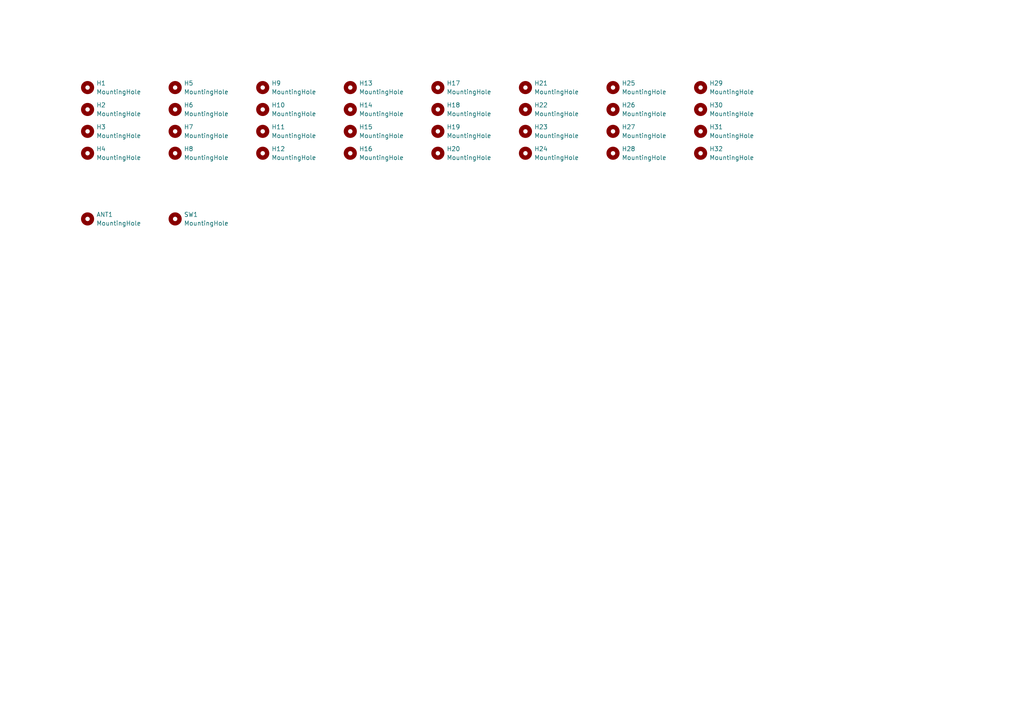
<source format=kicad_sch>
(kicad_sch (version 20230121) (generator eeschema)
  (paper "A4")
  (lib_symbols
    (symbol "Mechanical:MountingHole" (pin_names (offset 1.016))
      (property "Reference" "H" (at 0 5.08 0))
      (property "Value" "MountingHole" (at 0 3.175 0))
      (symbol "MountingHole_0_1"
        (circle (center 0 0) (radius 1.27) (stroke (width 1.27)))
      )
    )
  )
  (symbol (lib_id "Mechanical:MountingHole") (at 203.2 38.1 0) (unit 1)
    (property "Reference" "H31" (at 205.74 36.83 0) (effects (justify left)))
    (property "Value" "MountingHole" (at 205.74 39.37 0) (effects (justify left)))
    (property "Footprint" "MountingHole:MountingHole_3.2mm_M3" (effects hide))
  )
  (symbol (lib_id "Mechanical:MountingHole") (at 101.6 25.4 0) (unit 1)
    (property "Reference" "H13" (at 104.14 24.13 0) (effects (justify left)))
    (property "Value" "MountingHole" (at 104.14 26.67 0) (effects (justify left)))
    (property "Footprint" "MountingHole:MountingHole_3.2mm_M3" (effects hide))
  )
  (symbol (lib_id "Mechanical:MountingHole") (at 50.8 25.4 0) (unit 1)
    (property "Reference" "H5" (at 53.34 24.13 0) (effects (justify left)))
    (property "Value" "MountingHole" (at 53.34 26.67 0) (effects (justify left)))
    (property "Footprint" "MountingHole:MountingHole_3.2mm_M3" (effects hide))
  )
  (symbol (lib_id "Mechanical:MountingHole") (at 203.2 25.4 0) (unit 1)
    (property "Reference" "H29" (at 205.74 24.13 0) (effects (justify left)))
    (property "Value" "MountingHole" (at 205.74 26.67 0) (effects (justify left)))
    (property "Footprint" "MountingHole:MountingHole_3.2mm_M3" (effects hide))
  )
  (symbol (lib_id "Mechanical:MountingHole") (at 76.2 31.75 0) (unit 1)
    (property "Reference" "H10" (at 78.74 30.48 0) (effects (justify left)))
    (property "Value" "MountingHole" (at 78.74 33.02 0) (effects (justify left)))
    (property "Footprint" "MountingHole:MountingHole_3.2mm_M3" (effects hide))
  )
  (symbol (lib_id "Mechanical:MountingHole") (at 50.8 44.45 0) (unit 1)
    (property "Reference" "H8" (at 53.34 43.18 0) (effects (justify left)))
    (property "Value" "MountingHole" (at 53.34 45.72 0) (effects (justify left)))
    (property "Footprint" "MountingHole:MountingHole_3.2mm_M3" (effects hide))
  )
  (symbol (lib_id "Mechanical:MountingHole") (at 177.8 38.1 0) (unit 1)
    (property "Reference" "H27" (at 180.34 36.83 0) (effects (justify left)))
    (property "Value" "MountingHole" (at 180.34 39.37 0) (effects (justify left)))
    (property "Footprint" "MountingHole:MountingHole_3.2mm_M3" (effects hide))
  )
  (symbol (lib_id "Mechanical:MountingHole") (at 127 38.1 0) (unit 1)
    (property "Reference" "H19" (at 129.54 36.83 0) (effects (justify left)))
    (property "Value" "MountingHole" (at 129.54 39.37 0) (effects (justify left)))
    (property "Footprint" "MountingHole:MountingHole_3.2mm_M3" (effects hide))
  )
  (symbol (lib_id "Mechanical:MountingHole") (at 25.4 38.1 0) (unit 1)
    (property "Reference" "H3" (at 27.94 36.83 0) (effects (justify left)))
    (property "Value" "MountingHole" (at 27.94 39.37 0) (effects (justify left)))
    (property "Footprint" "MountingHole:MountingHole_3.2mm_M3" (effects hide))
  )
  (symbol (lib_id "Mechanical:MountingHole") (at 101.6 31.75 0) (unit 1)
    (property "Reference" "H14" (at 104.14 30.48 0) (effects (justify left)))
    (property "Value" "MountingHole" (at 104.14 33.02 0) (effects (justify left)))
    (property "Footprint" "MountingHole:MountingHole_3.2mm_M3" (effects hide))
  )
  (symbol (lib_id "Mechanical:MountingHole") (at 25.4 63.5 0) (unit 1)
    (property "Reference" "ANT1" (at 27.94 62.23 0) (effects (justify left)))
    (property "Value" "MountingHole" (at 27.94 64.77 0) (effects (justify left)))
    (property "Footprint" "MountingHole:MountingHole_6.4mm_M6" (effects hide))
  )
  (symbol (lib_id "Mechanical:MountingHole") (at 177.8 31.75 0) (unit 1)
    (property "Reference" "H26" (at 180.34 30.48 0) (effects (justify left)))
    (property "Value" "MountingHole" (at 180.34 33.02 0) (effects (justify left)))
    (property "Footprint" "MountingHole:MountingHole_3.2mm_M3" (effects hide))
  )
  (symbol (lib_id "Mechanical:MountingHole") (at 152.4 25.4 0) (unit 1)
    (property "Reference" "H21" (at 154.94 24.13 0) (effects (justify left)))
    (property "Value" "MountingHole" (at 154.94 26.67 0) (effects (justify left)))
    (property "Footprint" "MountingHole:MountingHole_3.2mm_M3" (effects hide))
  )
  (symbol (lib_id "Mechanical:MountingHole") (at 25.4 25.4 0) (unit 1)
    (property "Reference" "H1" (at 27.94 24.13 0) (effects (justify left)))
    (property "Value" "MountingHole" (at 27.94 26.67 0) (effects (justify left)))
    (property "Footprint" "MountingHole:MountingHole_3.2mm_M3" (effects hide))
  )
  (symbol (lib_id "Mechanical:MountingHole") (at 101.6 44.45 0) (unit 1)
    (property "Reference" "H16" (at 104.14 43.18 0) (effects (justify left)))
    (property "Value" "MountingHole" (at 104.14 45.72 0) (effects (justify left)))
    (property "Footprint" "MountingHole:MountingHole_3.2mm_M3" (effects hide))
  )
  (symbol (lib_id "Mechanical:MountingHole") (at 76.2 44.45 0) (unit 1)
    (property "Reference" "H12" (at 78.74 43.18 0) (effects (justify left)))
    (property "Value" "MountingHole" (at 78.74 45.72 0) (effects (justify left)))
    (property "Footprint" "MountingHole:MountingHole_3.2mm_M3" (effects hide))
  )
  (symbol (lib_id "Mechanical:MountingHole") (at 152.4 31.75 0) (unit 1)
    (property "Reference" "H22" (at 154.94 30.48 0) (effects (justify left)))
    (property "Value" "MountingHole" (at 154.94 33.02 0) (effects (justify left)))
    (property "Footprint" "MountingHole:MountingHole_3.2mm_M3" (effects hide))
  )
  (symbol (lib_id "Mechanical:MountingHole") (at 127 44.45 0) (unit 1)
    (property "Reference" "H20" (at 129.54 43.18 0) (effects (justify left)))
    (property "Value" "MountingHole" (at 129.54 45.72 0) (effects (justify left)))
    (property "Footprint" "MountingHole:MountingHole_3.2mm_M3" (effects hide))
  )
  (symbol (lib_id "Mechanical:MountingHole") (at 50.8 38.1 0) (unit 1)
    (property "Reference" "H7" (at 53.34 36.83 0) (effects (justify left)))
    (property "Value" "MountingHole" (at 53.34 39.37 0) (effects (justify left)))
    (property "Footprint" "MountingHole:MountingHole_3.2mm_M3" (effects hide))
  )
  (symbol (lib_id "Mechanical:MountingHole") (at 152.4 44.45 0) (unit 1)
    (property "Reference" "H24" (at 154.94 43.18 0) (effects (justify left)))
    (property "Value" "MountingHole" (at 154.94 45.72 0) (effects (justify left)))
    (property "Footprint" "MountingHole:MountingHole_3.2mm_M3" (effects hide))
  )
  (symbol (lib_id "Mechanical:MountingHole") (at 76.2 38.1 0) (unit 1)
    (property "Reference" "H11" (at 78.74 36.83 0) (effects (justify left)))
    (property "Value" "MountingHole" (at 78.74 39.37 0) (effects (justify left)))
    (property "Footprint" "MountingHole:MountingHole_3.2mm_M3" (effects hide))
  )
  (symbol (lib_id "Mechanical:MountingHole") (at 203.2 44.45 0) (unit 1)
    (property "Reference" "H32" (at 205.74 43.18 0) (effects (justify left)))
    (property "Value" "MountingHole" (at 205.74 45.72 0) (effects (justify left)))
    (property "Footprint" "MountingHole:MountingHole_3.2mm_M3" (effects hide))
  )
  (symbol (lib_id "Mechanical:MountingHole") (at 177.8 25.4 0) (unit 1)
    (property "Reference" "H25" (at 180.34 24.13 0) (effects (justify left)))
    (property "Value" "MountingHole" (at 180.34 26.67 0) (effects (justify left)))
    (property "Footprint" "MountingHole:MountingHole_3.2mm_M3" (effects hide))
  )
  (symbol (lib_id "Mechanical:MountingHole") (at 203.2 31.75 0) (unit 1)
    (property "Reference" "H30" (at 205.74 30.48 0) (effects (justify left)))
    (property "Value" "MountingHole" (at 205.74 33.02 0) (effects (justify left)))
    (property "Footprint" "MountingHole:MountingHole_3.2mm_M3" (effects hide))
  )
  (symbol (lib_id "Mechanical:MountingHole") (at 101.6 38.1 0) (unit 1)
    (property "Reference" "H15" (at 104.14 36.83 0) (effects (justify left)))
    (property "Value" "MountingHole" (at 104.14 39.37 0) (effects (justify left)))
    (property "Footprint" "MountingHole:MountingHole_3.2mm_M3" (effects hide))
  )
  (symbol (lib_id "Mechanical:MountingHole") (at 76.2 25.4 0) (unit 1)
    (property "Reference" "H9" (at 78.74 24.13 0) (effects (justify left)))
    (property "Value" "MountingHole" (at 78.74 26.67 0) (effects (justify left)))
    (property "Footprint" "MountingHole:MountingHole_3.2mm_M3" (effects hide))
  )
  (symbol (lib_id "Mechanical:MountingHole") (at 127 31.75 0) (unit 1)
    (property "Reference" "H18" (at 129.54 30.48 0) (effects (justify left)))
    (property "Value" "MountingHole" (at 129.54 33.02 0) (effects (justify left)))
    (property "Footprint" "MountingHole:MountingHole_3.2mm_M3" (effects hide))
  )
  (symbol (lib_id "Mechanical:MountingHole") (at 50.8 63.5 0) (unit 1)
    (property "Reference" "SW1" (at 53.34 62.23 0) (effects (justify left)))
    (property "Value" "MountingHole" (at 53.34 64.77 0) (effects (justify left)))
    (property "Footprint" "MountingHole:MountingHole_5.5mm" (effects hide))
  )
  (symbol (lib_id "Mechanical:MountingHole") (at 50.8 31.75 0) (unit 1)
    (property "Reference" "H6" (at 53.34 30.48 0) (effects (justify left)))
    (property "Value" "MountingHole" (at 53.34 33.02 0) (effects (justify left)))
    (property "Footprint" "MountingHole:MountingHole_3.2mm_M3" (effects hide))
  )
  (symbol (lib_id "Mechanical:MountingHole") (at 152.4 38.1 0) (unit 1)
    (property "Reference" "H23" (at 154.94 36.83 0) (effects (justify left)))
    (property "Value" "MountingHole" (at 154.94 39.37 0) (effects (justify left)))
    (property "Footprint" "MountingHole:MountingHole_3.2mm_M3" (effects hide))
  )
  (symbol (lib_id "Mechanical:MountingHole") (at 25.4 44.45 0) (unit 1)
    (property "Reference" "H4" (at 27.94 43.18 0) (effects (justify left)))
    (property "Value" "MountingHole" (at 27.94 45.72 0) (effects (justify left)))
    (property "Footprint" "MountingHole:MountingHole_3.2mm_M3" (effects hide))
  )
  (symbol (lib_id "Mechanical:MountingHole") (at 25.4 31.75 0) (unit 1)
    (property "Reference" "H2" (at 27.94 30.48 0) (effects (justify left)))
    (property "Value" "MountingHole" (at 27.94 33.02 0) (effects (justify left)))
    (property "Footprint" "MountingHole:MountingHole_3.2mm_M3" (effects hide))
  )
  (symbol (lib_id "Mechanical:MountingHole") (at 127 25.4 0) (unit 1)
    (property "Reference" "H17" (at 129.54 24.13 0) (effects (justify left)))
    (property "Value" "MountingHole" (at 129.54 26.67 0) (effects (justify left)))
    (property "Footprint" "MountingHole:MountingHole_3.2mm_M3" (effects hide))
  )
  (symbol (lib_id "Mechanical:MountingHole") (at 177.8 44.45 0) (unit 1)
    (property "Reference" "H28" (at 180.34 43.18 0) (effects (justify left)))
    (property "Value" "MountingHole" (at 180.34 45.72 0) (effects (justify left)))
    (property "Footprint" "MountingHole:MountingHole_3.2mm_M3" (effects hide))
  )
)
</source>
